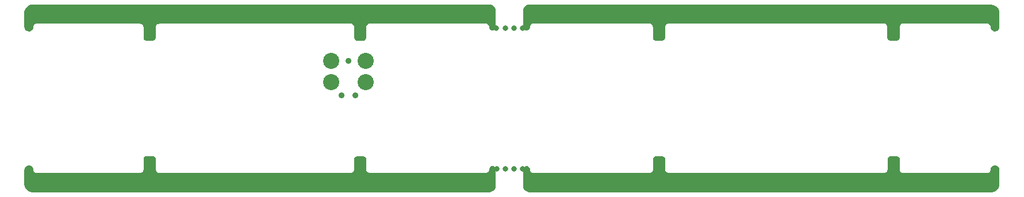
<source format=gbr>
%TF.GenerationSoftware,Altium Limited,Altium Designer,19.0.15 (446)*%
G04 Layer_Color=0*
%FSLAX45Y45*%
%MOMM*%
%TF.FileFunction,NonPlated,1,6,NPTH,Drill*%
%TF.Part,CustomerPanel*%
G01*
G75*
%TA.AperFunction,OtherDrill,Pad Free-3 (93.218mm,59.588mm)*%
%ADD214C,0.80000*%
%TA.AperFunction,OtherDrill,Pad Free-3 (94.513mm,59.581mm)*%
%ADD215C,0.80000*%
%TA.AperFunction,OtherDrill,Pad Free-3 (95.809mm,59.588mm)*%
%ADD216C,0.80000*%
%TA.AperFunction,OtherDrill,Pad Free-3 (97.104mm,59.588mm)*%
%ADD217C,0.80000*%
%TA.AperFunction,OtherDrill,Pad Free-3 (97.079mm,80.391mm)*%
%ADD218C,0.80000*%
%TA.AperFunction,OtherDrill,Pad Free-3 (95.783mm,80.391mm)*%
%ADD219C,0.80000*%
%TA.AperFunction,OtherDrill,Pad Free-3 (94.488mm,80.384mm)*%
%ADD220C,0.80000*%
%TA.AperFunction,OtherDrill,Pad Free-3 (93.193mm,80.391mm)*%
%ADD221C,0.80000*%
%TA.AperFunction,ComponentDrill*%
%ADD222C,2.37500*%
%ADD223C,0.90000*%
G36*
X9715841Y5949922D02*
Y5959867D01*
X9723453Y5978244D01*
X9737518Y5992309D01*
X9755895Y5999921D01*
X9765841D01*
X9775786D01*
X9794163Y5992309D01*
X9808229Y5978244D01*
X9815841Y5959867D01*
Y5949922D01*
X9816801Y5940167D01*
X9824267Y5922143D01*
X9838062Y5908348D01*
X9856086Y5900882D01*
X9865841Y5899922D01*
D01*
Y5899922D01*
X11576097Y5899922D01*
X11585832Y5900880D01*
X11603820Y5908331D01*
X11617587Y5922099D01*
X11625038Y5940087D01*
X11625997Y5949822D01*
D01*
X11626097D01*
Y6099822D01*
Y6109747D01*
X11633693Y6128088D01*
X11647731Y6142125D01*
X11666071Y6149722D01*
X11675997D01*
D01*
X11676097Y6149822D01*
X11756097D01*
Y6149722D01*
X11766022D01*
X11784363Y6142125D01*
X11798400Y6128088D01*
X11805997Y6109747D01*
Y6099822D01*
D01*
X11806097D01*
Y5949822D01*
X11806197Y5949922D01*
X11807155Y5940186D01*
X11814606Y5922198D01*
X11828374Y5908431D01*
X11846362Y5900980D01*
X11856097Y5900021D01*
D01*
X15029936D01*
X15039671Y5900980D01*
X15057658Y5908431D01*
X15071426Y5922198D01*
X15078877Y5940186D01*
X15079836Y5949922D01*
D01*
X15079936D01*
Y6099922D01*
Y6109847D01*
X15087534Y6128187D01*
X15101570Y6142225D01*
X15119911Y6149822D01*
X15129836D01*
D01*
X15129936Y6149921D01*
X15209937D01*
Y6149822D01*
X15219862D01*
X15238202Y6142225D01*
X15252238Y6128187D01*
X15259836Y6109847D01*
Y6099922D01*
D01*
X15259937D01*
Y5949922D01*
X15260036Y5950021D01*
X15260995Y5940286D01*
X15268446Y5922298D01*
X15282213Y5908531D01*
X15300201Y5901080D01*
X15309937Y5900121D01*
D01*
Y5900021D01*
X16549940D01*
X16559676Y5900980D01*
X16577663Y5908431D01*
X16591431Y5922198D01*
X16598882Y5940186D01*
X16599841Y5949922D01*
Y5962172D01*
X16609216Y5984809D01*
X16626543Y6002135D01*
X16649179Y6011511D01*
X16661430D01*
X16668185D01*
X16681438Y6008875D01*
X16693919Y6003705D01*
X16705154Y5996198D01*
X16714708Y5986645D01*
X16722214Y5975410D01*
X16727385Y5962928D01*
X16730022Y5949676D01*
Y5942921D01*
D01*
Y5744167D01*
Y5731658D01*
X16725140Y5707122D01*
X16715567Y5684009D01*
X16701668Y5663209D01*
X16683978Y5645519D01*
X16663177Y5631620D01*
X16640065Y5622047D01*
X16615529Y5617167D01*
X16603021D01*
D01*
X16249420D01*
X9811175Y5617167D01*
X9801785D01*
X9783367Y5620831D01*
X9766017Y5628017D01*
X9750403Y5638450D01*
X9737124Y5651729D01*
X9726691Y5667343D01*
X9719504Y5684693D01*
X9715841Y5703111D01*
Y5712501D01*
D01*
Y5949922D01*
D02*
G37*
G36*
X9714800Y8049900D02*
Y8039954D01*
X9722412Y8021577D01*
X9736478Y8007512D01*
X9754855Y7999900D01*
X9764800D01*
X9774746D01*
X9793123Y8007512D01*
X9807188Y8021577D01*
X9814800Y8039954D01*
Y8049900D01*
X9815761Y8059654D01*
X9823227Y8077678D01*
X9837021Y8091473D01*
X9855046Y8098939D01*
X9864800Y8099900D01*
D01*
Y8099899D01*
X11575056Y8099900D01*
X11584791Y8098941D01*
X11602779Y8091490D01*
X11616547Y8077722D01*
X11623998Y8059734D01*
X11624956Y8050000D01*
D01*
X11625056D01*
Y7900000D01*
Y7890074D01*
X11632653Y7871734D01*
X11646690Y7857696D01*
X11665031Y7850100D01*
X11674956D01*
D01*
X11675056Y7850000D01*
X11755056D01*
Y7850100D01*
X11764982D01*
X11783322Y7857696D01*
X11797359Y7871734D01*
X11804956Y7890074D01*
Y7900000D01*
D01*
X11805056D01*
Y8050000D01*
X11805156Y8049900D01*
X11806115Y8059635D01*
X11813566Y8077623D01*
X11827333Y8091390D01*
X11845321Y8098841D01*
X11855056Y8099800D01*
D01*
X15028896D01*
X15038631Y8098841D01*
X15056619Y8091390D01*
X15070386Y8077623D01*
X15077837Y8059635D01*
X15078796Y8049900D01*
D01*
X15078896D01*
Y7899900D01*
Y7889974D01*
X15086493Y7871634D01*
X15100529Y7857596D01*
X15118871Y7850000D01*
X15128796D01*
D01*
X15128896Y7849900D01*
X15208896D01*
Y7850000D01*
X15218822D01*
X15237161Y7857596D01*
X15251199Y7871634D01*
X15258797Y7889974D01*
Y7899900D01*
D01*
X15258896D01*
Y8049900D01*
X15258997Y8049800D01*
X15259953Y8059535D01*
X15267406Y8077523D01*
X15281174Y8091290D01*
X15299161Y8098741D01*
X15308896Y8099700D01*
D01*
Y8099800D01*
X16548900D01*
X16558635Y8098841D01*
X16576624Y8091390D01*
X16590390Y8077623D01*
X16597841Y8059635D01*
X16598801Y8049900D01*
Y8037649D01*
X16608177Y8015012D01*
X16625502Y7997687D01*
X16648138Y7988310D01*
X16660390D01*
X16667145D01*
X16680397Y7990946D01*
X16692879Y7996116D01*
X16704114Y8003623D01*
X16713667Y8013177D01*
X16721175Y8024411D01*
X16726344Y8036893D01*
X16728979Y8050145D01*
Y8056901D01*
D01*
Y8255655D01*
Y8268163D01*
X16724100Y8292699D01*
X16714526Y8315812D01*
X16700629Y8336612D01*
X16682938Y8354302D01*
X16662137Y8368201D01*
X16639024Y8377774D01*
X16614488Y8382655D01*
X16601981D01*
D01*
X16248380D01*
X9810134Y8382654D01*
X9800745D01*
X9782326Y8378991D01*
X9764977Y8371804D01*
X9749363Y8361371D01*
X9736084Y8348092D01*
X9725650Y8332478D01*
X9718464Y8315128D01*
X9714800Y8296710D01*
Y8287320D01*
D01*
Y8049900D01*
D02*
G37*
G36*
X4123886Y6099715D02*
Y5950660D01*
X4123896D01*
X4122935Y5940905D01*
X4115470Y5922881D01*
X4101675Y5909086D01*
X4083651Y5901620D01*
X4073896Y5900660D01*
D01*
Y5900032D01*
X2549900D01*
X2540165Y5900990D01*
X2522177Y5908441D01*
X2508410Y5922209D01*
X2500959Y5940197D01*
X2500000Y5949932D01*
Y5962183D01*
X2490623Y5984819D01*
X2473298Y6002145D01*
X2450661Y6011521D01*
X2438410D01*
X2431655D01*
X2418403Y6008885D01*
X2405921Y6003715D01*
X2394686Y5996208D01*
X2385133Y5986655D01*
X2377626Y5975421D01*
X2372456Y5962938D01*
X2369820Y5949686D01*
Y5942931D01*
D01*
Y5742281D01*
Y5729773D01*
X2374700Y5705237D01*
X2384274Y5682124D01*
X2398172Y5661323D01*
X2415862Y5643634D01*
X2436663Y5629735D01*
X2459775Y5620162D01*
X2484312Y5615281D01*
X2496820D01*
D01*
X9215120D01*
X9224782D01*
X9243736Y5619051D01*
X9261589Y5626446D01*
X9277657Y5637183D01*
X9291322Y5650847D01*
X9302058Y5666915D01*
X9309453Y5684769D01*
X9313223Y5703722D01*
Y5713385D01*
D01*
Y5949922D01*
Y5959867D01*
X9305611Y5978244D01*
X9291546Y5992309D01*
X9273169Y5999921D01*
X9263223D01*
X9253278D01*
X9234901Y5992309D01*
X9220835Y5978244D01*
X9213223Y5959867D01*
Y5949922D01*
X9212262Y5940167D01*
X9204797Y5922143D01*
X9191002Y5908348D01*
X9172978Y5900882D01*
X9163223Y5899922D01*
D01*
Y5899922D01*
X7455136D01*
X7445382Y5900883D01*
X7427358Y5908348D01*
X7413563Y5922143D01*
X7406097Y5940167D01*
X7405136Y5949922D01*
D01*
X7405146D01*
Y6099922D01*
X7405146Y6109867D01*
X7397534Y6128244D01*
X7383469Y6142310D01*
X7365091Y6149922D01*
X7355146D01*
D01*
Y6149922D01*
X7275146D01*
X7265200Y6149922D01*
X7246823Y6142310D01*
X7232758Y6128244D01*
X7225146Y6109867D01*
Y6099922D01*
D01*
X7225136Y6098977D01*
Y5949922D01*
X7225146D01*
X7224185Y5940167D01*
X7216719Y5922143D01*
X7202925Y5908348D01*
X7184901Y5900883D01*
X7175146Y5899922D01*
D01*
X4353886D01*
Y5900660D01*
X4344132Y5901620D01*
X4326108Y5909086D01*
X4312313Y5922881D01*
X4304847Y5940905D01*
X4303886Y5950660D01*
D01*
X4303896D01*
Y6100660D01*
X4303896Y6110605D01*
X4296284Y6128982D01*
X4282219Y6143047D01*
X4263842Y6150660D01*
X4253896D01*
D01*
Y6150660D01*
X4173896D01*
X4163951Y6150660D01*
X4145573Y6143047D01*
X4131508Y6128982D01*
X4123896Y6110605D01*
Y6100660D01*
X4123886Y6099715D01*
D02*
G37*
G36*
Y7900106D02*
Y8049162D01*
X4123896D01*
X4122935Y8058916D01*
X4115470Y8076940D01*
X4101675Y8090735D01*
X4083651Y8098201D01*
X4073896Y8099162D01*
D01*
Y8099790D01*
X2549900D01*
X2540165Y8098831D01*
X2522177Y8091380D01*
X2508410Y8077612D01*
X2500959Y8059624D01*
X2500000Y8049890D01*
Y8037638D01*
X2490623Y8015002D01*
X2473298Y7997676D01*
X2450661Y7988300D01*
X2438410D01*
X2431655D01*
X2418403Y7990936D01*
X2405921Y7996106D01*
X2394686Y8003613D01*
X2385133Y8013166D01*
X2377626Y8024401D01*
X2372456Y8036883D01*
X2369820Y8050135D01*
Y8056890D01*
D01*
Y8257540D01*
Y8270048D01*
X2374700Y8294584D01*
X2384274Y8317697D01*
X2398172Y8338498D01*
X2415862Y8356187D01*
X2436663Y8370086D01*
X2459775Y8379659D01*
X2484312Y8384540D01*
X2496820D01*
D01*
X9215120D01*
X9224782D01*
X9243736Y8380770D01*
X9261589Y8373375D01*
X9277657Y8362638D01*
X9291322Y8348974D01*
X9302058Y8332906D01*
X9309453Y8315052D01*
X9313223Y8296099D01*
Y8286437D01*
D01*
Y8049900D01*
Y8039954D01*
X9305611Y8021577D01*
X9291546Y8007512D01*
X9273169Y7999900D01*
X9263223D01*
X9253278D01*
X9234901Y8007512D01*
X9220835Y8021577D01*
X9213223Y8039954D01*
Y8049900D01*
X9212262Y8059654D01*
X9204797Y8077678D01*
X9191002Y8091473D01*
X9172978Y8098939D01*
X9163223Y8099900D01*
D01*
Y8099899D01*
X7455136D01*
X7445382Y8098939D01*
X7427358Y8091473D01*
X7413563Y8077678D01*
X7406097Y8059654D01*
X7405136Y8049900D01*
D01*
X7405146D01*
Y7899900D01*
X7405146Y7889954D01*
X7397534Y7871577D01*
X7383469Y7857512D01*
X7365091Y7849900D01*
X7355146D01*
D01*
Y7849899D01*
X7275146D01*
X7265200Y7849900D01*
X7246823Y7857512D01*
X7232758Y7871577D01*
X7225146Y7889954D01*
Y7899900D01*
D01*
X7225136Y7900844D01*
Y8049900D01*
X7225146D01*
X7224185Y8059654D01*
X7216719Y8077678D01*
X7202925Y8091473D01*
X7184901Y8098939D01*
X7175146Y8099899D01*
D01*
X4353886D01*
Y8099162D01*
X4344132Y8098201D01*
X4326108Y8090735D01*
X4312313Y8076940D01*
X4304847Y8058916D01*
X4303886Y8049162D01*
D01*
X4303896D01*
Y7899162D01*
X4303896Y7889216D01*
X4296284Y7870839D01*
X4282219Y7856774D01*
X4263842Y7849162D01*
X4253896D01*
D01*
Y7849162D01*
X4173896D01*
X4163951Y7849162D01*
X4145573Y7856774D01*
X4131508Y7870839D01*
X4123896Y7889216D01*
Y7899162D01*
X4123886Y7900106D01*
D02*
G37*
D214*
X9321800Y5958840D02*
D03*
D215*
X9451340Y5958126D02*
D03*
D216*
X9580880Y5958840D02*
D03*
D217*
X9710420D02*
D03*
D218*
X9707880Y8039100D02*
D03*
D219*
X9578340D02*
D03*
D220*
X9448800Y8038386D02*
D03*
D221*
X9319260Y8039100D02*
D03*
D222*
X6886620Y7555860D02*
D03*
Y7238360D02*
D03*
X7394620D02*
D03*
Y7555860D02*
D03*
D223*
X7140620D02*
D03*
X7242220Y7047860D02*
D03*
X7039020D02*
D03*
%TF.MD5,b9a2d580c5a6babf18d6b3a626ad0ab6*%
M02*

</source>
